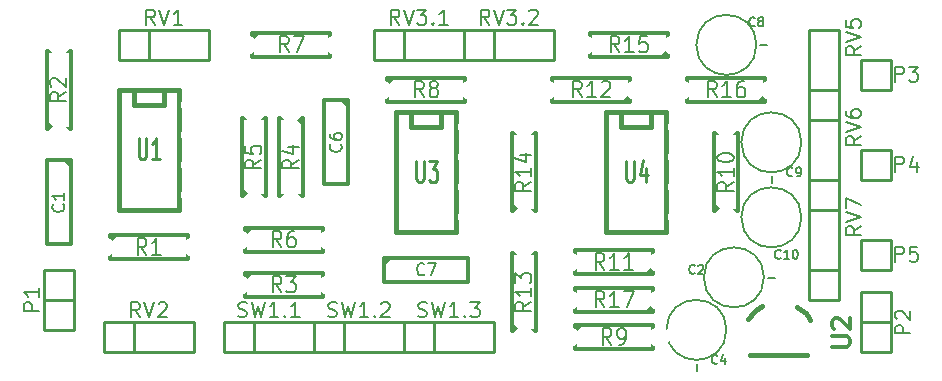
<source format=gto>
%FSLAX46Y46*%
G04 Gerber Fmt 4.6, Leading zero omitted, Abs format (unit mm)*
G04 Created by KiCad (PCBNEW (2014-09-19 BZR 5142)-product) date 11/10/2014 22:22:43*
%MOMM*%
G01*
G04 APERTURE LIST*
%ADD10C,0.100000*%
%ADD11C,0.304800*%
%ADD12C,0.127000*%
%ADD13C,0.254000*%
%ADD14C,0.381000*%
%ADD15C,0.203200*%
%ADD16C,0.190500*%
%ADD17C,0.285750*%
%ADD18C,1.778000*%
%ADD19R,1.778000X1.778000*%
%ADD20R,2.032000X2.032000*%
%ADD21O,2.032000X2.032000*%
%ADD22R,2.235200X2.235200*%
%ADD23R,1.727200X2.032000*%
%ADD24O,1.727200X2.032000*%
%ADD25R,2.032000X1.727200*%
%ADD26O,2.032000X1.727200*%
%ADD27R,2.286000X1.778000*%
%ADD28O,2.286000X1.778000*%
%ADD29O,1.998980X2.999740*%
%ADD30O,2.999740X1.998980*%
G04 APERTURE END LIST*
D10*
D11*
X145161000Y-92964000D02*
X145161000Y-100076000D01*
X145161000Y-100076000D02*
X143129000Y-100076000D01*
X143129000Y-100076000D02*
X143129000Y-92964000D01*
X143129000Y-92964000D02*
X145161000Y-92964000D01*
X144653000Y-92964000D02*
X145161000Y-93472000D01*
D12*
X203838173Y-102870000D02*
G75*
G03X203838173Y-102870000I-2543173J0D01*
G74*
G01*
X200663173Y-107315000D02*
G75*
G03X200663173Y-107315000I-2543173J0D01*
G74*
G01*
D11*
X168656000Y-87884000D02*
X168656000Y-94996000D01*
X168656000Y-94996000D02*
X166624000Y-94996000D01*
X166624000Y-94996000D02*
X166624000Y-87884000D01*
X166624000Y-87884000D02*
X168656000Y-87884000D01*
X168148000Y-87884000D02*
X168656000Y-88392000D01*
X171704000Y-101219000D02*
X178816000Y-101219000D01*
X178816000Y-101219000D02*
X178816000Y-103251000D01*
X178816000Y-103251000D02*
X171704000Y-103251000D01*
X171704000Y-103251000D02*
X171704000Y-101219000D01*
X171704000Y-101727000D02*
X172212000Y-101219000D01*
D12*
X203203173Y-83185000D02*
G75*
G03X203203173Y-83185000I-2543173J0D01*
G74*
G01*
X207013173Y-91440000D02*
G75*
G03X207013173Y-91440000I-2543173J0D01*
G74*
G01*
X207013173Y-97790000D02*
G75*
G03X207013173Y-97790000I-2543173J0D01*
G74*
G01*
D13*
X142875000Y-104775000D02*
X145415000Y-104775000D01*
X142875000Y-107315000D02*
X145415000Y-107315000D01*
X145415000Y-107315000D02*
X145415000Y-104775000D01*
X145415000Y-104775000D02*
X145415000Y-102235000D01*
X145415000Y-102235000D02*
X142875000Y-102235000D01*
X142875000Y-102235000D02*
X142875000Y-107315000D01*
X214630000Y-106680000D02*
X212090000Y-106680000D01*
X214630000Y-104140000D02*
X212090000Y-104140000D01*
X212090000Y-104140000D02*
X212090000Y-106680000D01*
X212090000Y-106680000D02*
X212090000Y-109220000D01*
X212090000Y-109220000D02*
X214630000Y-109220000D01*
X214630000Y-109220000D02*
X214630000Y-104140000D01*
X212090000Y-84455000D02*
X212090000Y-86995000D01*
X212090000Y-86995000D02*
X214630000Y-86995000D01*
X214630000Y-86995000D02*
X214630000Y-84455000D01*
X214630000Y-84455000D02*
X212090000Y-84455000D01*
X212090000Y-92075000D02*
X212090000Y-94615000D01*
X212090000Y-94615000D02*
X214630000Y-94615000D01*
X214630000Y-94615000D02*
X214630000Y-92075000D01*
X214630000Y-92075000D02*
X212090000Y-92075000D01*
X212090000Y-99695000D02*
X212090000Y-102235000D01*
X212090000Y-102235000D02*
X214630000Y-102235000D01*
X214630000Y-102235000D02*
X214630000Y-99695000D01*
X214630000Y-99695000D02*
X212090000Y-99695000D01*
D11*
X147955000Y-100330000D02*
X148463000Y-100330000D01*
X155575000Y-100330000D02*
X155067000Y-100330000D01*
X155067000Y-100330000D02*
X155067000Y-99314000D01*
X155067000Y-99314000D02*
X148463000Y-99314000D01*
X148463000Y-99314000D02*
X148463000Y-101346000D01*
X148463000Y-101346000D02*
X155067000Y-101346000D01*
X155067000Y-101346000D02*
X155067000Y-100330000D01*
X148463000Y-99822000D02*
X148971000Y-99314000D01*
X144145000Y-90805000D02*
X144145000Y-90297000D01*
X144145000Y-83185000D02*
X144145000Y-83693000D01*
X144145000Y-83693000D02*
X143129000Y-83693000D01*
X143129000Y-83693000D02*
X143129000Y-90297000D01*
X143129000Y-90297000D02*
X145161000Y-90297000D01*
X145161000Y-90297000D02*
X145161000Y-83693000D01*
X145161000Y-83693000D02*
X144145000Y-83693000D01*
X143637000Y-90297000D02*
X143129000Y-89789000D01*
X159385000Y-103505000D02*
X159893000Y-103505000D01*
X167005000Y-103505000D02*
X166497000Y-103505000D01*
X166497000Y-103505000D02*
X166497000Y-102489000D01*
X166497000Y-102489000D02*
X159893000Y-102489000D01*
X159893000Y-102489000D02*
X159893000Y-104521000D01*
X159893000Y-104521000D02*
X166497000Y-104521000D01*
X166497000Y-104521000D02*
X166497000Y-103505000D01*
X159893000Y-102997000D02*
X160401000Y-102489000D01*
X163830000Y-88900000D02*
X163830000Y-89408000D01*
X163830000Y-96520000D02*
X163830000Y-96012000D01*
X163830000Y-96012000D02*
X164846000Y-96012000D01*
X164846000Y-96012000D02*
X164846000Y-89408000D01*
X164846000Y-89408000D02*
X162814000Y-89408000D01*
X162814000Y-89408000D02*
X162814000Y-96012000D01*
X162814000Y-96012000D02*
X163830000Y-96012000D01*
X164338000Y-89408000D02*
X164846000Y-89916000D01*
X160655000Y-96520000D02*
X160655000Y-96012000D01*
X160655000Y-88900000D02*
X160655000Y-89408000D01*
X160655000Y-89408000D02*
X159639000Y-89408000D01*
X159639000Y-89408000D02*
X159639000Y-96012000D01*
X159639000Y-96012000D02*
X161671000Y-96012000D01*
X161671000Y-96012000D02*
X161671000Y-89408000D01*
X161671000Y-89408000D02*
X160655000Y-89408000D01*
X160147000Y-96012000D02*
X159639000Y-95504000D01*
X159385000Y-99695000D02*
X159893000Y-99695000D01*
X167005000Y-99695000D02*
X166497000Y-99695000D01*
X166497000Y-99695000D02*
X166497000Y-98679000D01*
X166497000Y-98679000D02*
X159893000Y-98679000D01*
X159893000Y-98679000D02*
X159893000Y-100711000D01*
X159893000Y-100711000D02*
X166497000Y-100711000D01*
X166497000Y-100711000D02*
X166497000Y-99695000D01*
X159893000Y-99187000D02*
X160401000Y-98679000D01*
X160020000Y-83185000D02*
X160528000Y-83185000D01*
X167640000Y-83185000D02*
X167132000Y-83185000D01*
X167132000Y-83185000D02*
X167132000Y-82169000D01*
X167132000Y-82169000D02*
X160528000Y-82169000D01*
X160528000Y-82169000D02*
X160528000Y-84201000D01*
X160528000Y-84201000D02*
X167132000Y-84201000D01*
X167132000Y-84201000D02*
X167132000Y-83185000D01*
X160528000Y-82677000D02*
X161036000Y-82169000D01*
X171450000Y-86995000D02*
X171958000Y-86995000D01*
X179070000Y-86995000D02*
X178562000Y-86995000D01*
X178562000Y-86995000D02*
X178562000Y-85979000D01*
X178562000Y-85979000D02*
X171958000Y-85979000D01*
X171958000Y-85979000D02*
X171958000Y-88011000D01*
X171958000Y-88011000D02*
X178562000Y-88011000D01*
X178562000Y-88011000D02*
X178562000Y-86995000D01*
X171958000Y-86487000D02*
X172466000Y-85979000D01*
X187325000Y-107950000D02*
X187833000Y-107950000D01*
X194945000Y-107950000D02*
X194437000Y-107950000D01*
X194437000Y-107950000D02*
X194437000Y-106934000D01*
X194437000Y-106934000D02*
X187833000Y-106934000D01*
X187833000Y-106934000D02*
X187833000Y-108966000D01*
X187833000Y-108966000D02*
X194437000Y-108966000D01*
X194437000Y-108966000D02*
X194437000Y-107950000D01*
X187833000Y-107442000D02*
X188341000Y-106934000D01*
X200660000Y-97790000D02*
X200660000Y-97282000D01*
X200660000Y-90170000D02*
X200660000Y-90678000D01*
X200660000Y-90678000D02*
X199644000Y-90678000D01*
X199644000Y-90678000D02*
X199644000Y-97282000D01*
X199644000Y-97282000D02*
X201676000Y-97282000D01*
X201676000Y-97282000D02*
X201676000Y-90678000D01*
X201676000Y-90678000D02*
X200660000Y-90678000D01*
X200152000Y-97282000D02*
X199644000Y-96774000D01*
X194945000Y-101600000D02*
X194437000Y-101600000D01*
X187325000Y-101600000D02*
X187833000Y-101600000D01*
X187833000Y-101600000D02*
X187833000Y-102616000D01*
X187833000Y-102616000D02*
X194437000Y-102616000D01*
X194437000Y-102616000D02*
X194437000Y-100584000D01*
X194437000Y-100584000D02*
X187833000Y-100584000D01*
X187833000Y-100584000D02*
X187833000Y-101600000D01*
X194437000Y-102108000D02*
X193929000Y-102616000D01*
X193040000Y-86995000D02*
X192532000Y-86995000D01*
X185420000Y-86995000D02*
X185928000Y-86995000D01*
X185928000Y-86995000D02*
X185928000Y-88011000D01*
X185928000Y-88011000D02*
X192532000Y-88011000D01*
X192532000Y-88011000D02*
X192532000Y-85979000D01*
X192532000Y-85979000D02*
X185928000Y-85979000D01*
X185928000Y-85979000D02*
X185928000Y-86995000D01*
X192532000Y-87503000D02*
X192024000Y-88011000D01*
X183515000Y-107950000D02*
X183515000Y-107442000D01*
X183515000Y-100330000D02*
X183515000Y-100838000D01*
X183515000Y-100838000D02*
X182499000Y-100838000D01*
X182499000Y-100838000D02*
X182499000Y-107442000D01*
X182499000Y-107442000D02*
X184531000Y-107442000D01*
X184531000Y-107442000D02*
X184531000Y-100838000D01*
X184531000Y-100838000D02*
X183515000Y-100838000D01*
X183007000Y-107442000D02*
X182499000Y-106934000D01*
X183515000Y-97790000D02*
X183515000Y-97282000D01*
X183515000Y-90170000D02*
X183515000Y-90678000D01*
X183515000Y-90678000D02*
X182499000Y-90678000D01*
X182499000Y-90678000D02*
X182499000Y-97282000D01*
X182499000Y-97282000D02*
X184531000Y-97282000D01*
X184531000Y-97282000D02*
X184531000Y-90678000D01*
X184531000Y-90678000D02*
X183515000Y-90678000D01*
X183007000Y-97282000D02*
X182499000Y-96774000D01*
X196215000Y-83185000D02*
X195707000Y-83185000D01*
X188595000Y-83185000D02*
X189103000Y-83185000D01*
X189103000Y-83185000D02*
X189103000Y-84201000D01*
X189103000Y-84201000D02*
X195707000Y-84201000D01*
X195707000Y-84201000D02*
X195707000Y-82169000D01*
X195707000Y-82169000D02*
X189103000Y-82169000D01*
X189103000Y-82169000D02*
X189103000Y-83185000D01*
X195707000Y-83693000D02*
X195199000Y-84201000D01*
X204470000Y-86995000D02*
X203962000Y-86995000D01*
X196850000Y-86995000D02*
X197358000Y-86995000D01*
X197358000Y-86995000D02*
X197358000Y-88011000D01*
X197358000Y-88011000D02*
X203962000Y-88011000D01*
X203962000Y-88011000D02*
X203962000Y-85979000D01*
X203962000Y-85979000D02*
X197358000Y-85979000D01*
X197358000Y-85979000D02*
X197358000Y-86995000D01*
X203962000Y-87503000D02*
X203454000Y-88011000D01*
X194945000Y-104775000D02*
X194437000Y-104775000D01*
X187325000Y-104775000D02*
X187833000Y-104775000D01*
X187833000Y-104775000D02*
X187833000Y-105791000D01*
X187833000Y-105791000D02*
X194437000Y-105791000D01*
X194437000Y-105791000D02*
X194437000Y-103759000D01*
X194437000Y-103759000D02*
X187833000Y-103759000D01*
X187833000Y-103759000D02*
X187833000Y-104775000D01*
X194437000Y-105283000D02*
X193929000Y-105791000D01*
D13*
X151765000Y-84455000D02*
X156845000Y-84455000D01*
X156845000Y-84455000D02*
X156845000Y-81915000D01*
X156845000Y-81915000D02*
X151765000Y-81915000D01*
X149225000Y-81915000D02*
X151765000Y-81915000D01*
X151765000Y-81915000D02*
X151765000Y-84455000D01*
X149225000Y-81915000D02*
X149225000Y-84455000D01*
X149225000Y-84455000D02*
X151765000Y-84455000D01*
X150495000Y-109220000D02*
X155575000Y-109220000D01*
X155575000Y-109220000D02*
X155575000Y-106680000D01*
X155575000Y-106680000D02*
X150495000Y-106680000D01*
X147955000Y-106680000D02*
X150495000Y-106680000D01*
X150495000Y-106680000D02*
X150495000Y-109220000D01*
X147955000Y-106680000D02*
X147955000Y-109220000D01*
X147955000Y-109220000D02*
X150495000Y-109220000D01*
X173355000Y-84455000D02*
X178435000Y-84455000D01*
X178435000Y-84455000D02*
X178435000Y-81915000D01*
X178435000Y-81915000D02*
X173355000Y-81915000D01*
X170815000Y-81915000D02*
X173355000Y-81915000D01*
X173355000Y-81915000D02*
X173355000Y-84455000D01*
X170815000Y-81915000D02*
X170815000Y-84455000D01*
X170815000Y-84455000D02*
X173355000Y-84455000D01*
X180975000Y-84455000D02*
X186055000Y-84455000D01*
X186055000Y-84455000D02*
X186055000Y-81915000D01*
X186055000Y-81915000D02*
X180975000Y-81915000D01*
X178435000Y-81915000D02*
X180975000Y-81915000D01*
X180975000Y-81915000D02*
X180975000Y-84455000D01*
X178435000Y-81915000D02*
X178435000Y-84455000D01*
X178435000Y-84455000D02*
X180975000Y-84455000D01*
X210185000Y-86995000D02*
X210185000Y-81915000D01*
X210185000Y-81915000D02*
X207645000Y-81915000D01*
X207645000Y-81915000D02*
X207645000Y-86995000D01*
X207645000Y-89535000D02*
X207645000Y-86995000D01*
X207645000Y-86995000D02*
X210185000Y-86995000D01*
X207645000Y-89535000D02*
X210185000Y-89535000D01*
X210185000Y-89535000D02*
X210185000Y-86995000D01*
X210185000Y-94615000D02*
X210185000Y-89535000D01*
X210185000Y-89535000D02*
X207645000Y-89535000D01*
X207645000Y-89535000D02*
X207645000Y-94615000D01*
X207645000Y-97155000D02*
X207645000Y-94615000D01*
X207645000Y-94615000D02*
X210185000Y-94615000D01*
X207645000Y-97155000D02*
X210185000Y-97155000D01*
X210185000Y-97155000D02*
X210185000Y-94615000D01*
X210185000Y-102235000D02*
X210185000Y-97155000D01*
X210185000Y-97155000D02*
X207645000Y-97155000D01*
X207645000Y-97155000D02*
X207645000Y-102235000D01*
X207645000Y-104775000D02*
X207645000Y-102235000D01*
X207645000Y-102235000D02*
X210185000Y-102235000D01*
X207645000Y-104775000D02*
X210185000Y-104775000D01*
X210185000Y-104775000D02*
X210185000Y-102235000D01*
X160655000Y-109220000D02*
X165735000Y-109220000D01*
X165735000Y-109220000D02*
X165735000Y-106680000D01*
X165735000Y-106680000D02*
X160655000Y-106680000D01*
X158115000Y-106680000D02*
X160655000Y-106680000D01*
X160655000Y-106680000D02*
X160655000Y-109220000D01*
X158115000Y-106680000D02*
X158115000Y-109220000D01*
X158115000Y-109220000D02*
X160655000Y-109220000D01*
X168275000Y-109220000D02*
X173355000Y-109220000D01*
X173355000Y-109220000D02*
X173355000Y-106680000D01*
X173355000Y-106680000D02*
X168275000Y-106680000D01*
X165735000Y-106680000D02*
X168275000Y-106680000D01*
X168275000Y-106680000D02*
X168275000Y-109220000D01*
X165735000Y-106680000D02*
X165735000Y-109220000D01*
X165735000Y-109220000D02*
X168275000Y-109220000D01*
X175895000Y-109220000D02*
X180975000Y-109220000D01*
X180975000Y-109220000D02*
X180975000Y-106680000D01*
X180975000Y-106680000D02*
X175895000Y-106680000D01*
X173355000Y-106680000D02*
X175895000Y-106680000D01*
X175895000Y-106680000D02*
X175895000Y-109220000D01*
X173355000Y-106680000D02*
X173355000Y-109220000D01*
X173355000Y-109220000D02*
X175895000Y-109220000D01*
D14*
X153035000Y-86995000D02*
X153035000Y-88265000D01*
X153035000Y-88265000D02*
X150495000Y-88265000D01*
X150495000Y-88265000D02*
X150495000Y-86995000D01*
X154305000Y-86995000D02*
X154305000Y-97155000D01*
X154305000Y-97155000D02*
X149225000Y-97155000D01*
X149225000Y-97155000D02*
X149225000Y-86995000D01*
X149225000Y-86995000D02*
X154305000Y-86995000D01*
X176530000Y-88900000D02*
X176530000Y-90170000D01*
X176530000Y-90170000D02*
X173990000Y-90170000D01*
X173990000Y-90170000D02*
X173990000Y-88900000D01*
X177800000Y-88900000D02*
X177800000Y-99060000D01*
X177800000Y-99060000D02*
X172720000Y-99060000D01*
X172720000Y-99060000D02*
X172720000Y-88900000D01*
X172720000Y-88900000D02*
X177800000Y-88900000D01*
X194310000Y-88900000D02*
X194310000Y-90170000D01*
X194310000Y-90170000D02*
X191770000Y-90170000D01*
X191770000Y-90170000D02*
X191770000Y-88900000D01*
X195580000Y-88900000D02*
X195580000Y-99060000D01*
X195580000Y-99060000D02*
X190500000Y-99060000D01*
X190500000Y-99060000D02*
X190500000Y-88900000D01*
X190500000Y-88900000D02*
X195580000Y-88900000D01*
X207670400Y-106299000D02*
X207746600Y-106464100D01*
X206629000Y-105346500D02*
X207010000Y-105600500D01*
X207010000Y-105600500D02*
X207391000Y-105918000D01*
X207391000Y-105918000D02*
X207645000Y-106299000D01*
X202501500Y-106426000D02*
X202628500Y-106235500D01*
X202628500Y-106235500D02*
X202819000Y-105981500D01*
X202819000Y-105981500D02*
X203200000Y-105600500D01*
X203200000Y-105600500D02*
X203644500Y-105283000D01*
X205105000Y-109474000D02*
X207518000Y-109474000D01*
X205105000Y-109474000D02*
X202692000Y-109474000D01*
D15*
X144507857Y-96689333D02*
X144556238Y-96737714D01*
X144604619Y-96882857D01*
X144604619Y-96979619D01*
X144556238Y-97124761D01*
X144459476Y-97221523D01*
X144362714Y-97269904D01*
X144169190Y-97318285D01*
X144024048Y-97318285D01*
X143830524Y-97269904D01*
X143733762Y-97221523D01*
X143637000Y-97124761D01*
X143588619Y-96979619D01*
X143588619Y-96882857D01*
X143637000Y-96737714D01*
X143685381Y-96689333D01*
X144604619Y-95721714D02*
X144604619Y-96302285D01*
X144604619Y-96011999D02*
X143588619Y-96011999D01*
X143733762Y-96108761D01*
X143830524Y-96205523D01*
X143878905Y-96302285D01*
D12*
X197993000Y-102507143D02*
X197956714Y-102543429D01*
X197847857Y-102579714D01*
X197775286Y-102579714D01*
X197666429Y-102543429D01*
X197593857Y-102470857D01*
X197557572Y-102398286D01*
X197521286Y-102253143D01*
X197521286Y-102144286D01*
X197557572Y-101999143D01*
X197593857Y-101926571D01*
X197666429Y-101854000D01*
X197775286Y-101817714D01*
X197847857Y-101817714D01*
X197956714Y-101854000D01*
X197993000Y-101890286D01*
X198283286Y-101890286D02*
X198319572Y-101854000D01*
X198392143Y-101817714D01*
X198573572Y-101817714D01*
X198646143Y-101854000D01*
X198682429Y-101890286D01*
X198718714Y-101962857D01*
X198718714Y-102035429D01*
X198682429Y-102144286D01*
X198247000Y-102579714D01*
X198718714Y-102579714D01*
D16*
X204179715Y-102924429D02*
X204760286Y-102924429D01*
D12*
X199898000Y-110127143D02*
X199861714Y-110163429D01*
X199752857Y-110199714D01*
X199680286Y-110199714D01*
X199571429Y-110163429D01*
X199498857Y-110090857D01*
X199462572Y-110018286D01*
X199426286Y-109873143D01*
X199426286Y-109764286D01*
X199462572Y-109619143D01*
X199498857Y-109546571D01*
X199571429Y-109474000D01*
X199680286Y-109437714D01*
X199752857Y-109437714D01*
X199861714Y-109474000D01*
X199898000Y-109510286D01*
X200551143Y-109691714D02*
X200551143Y-110199714D01*
X200369714Y-109401429D02*
X200188286Y-109945714D01*
X200660000Y-109945714D01*
D16*
X198174429Y-110780285D02*
X198174429Y-110199714D01*
D15*
X168002857Y-91609333D02*
X168051238Y-91657714D01*
X168099619Y-91802857D01*
X168099619Y-91899619D01*
X168051238Y-92044761D01*
X167954476Y-92141523D01*
X167857714Y-92189904D01*
X167664190Y-92238285D01*
X167519048Y-92238285D01*
X167325524Y-92189904D01*
X167228762Y-92141523D01*
X167132000Y-92044761D01*
X167083619Y-91899619D01*
X167083619Y-91802857D01*
X167132000Y-91657714D01*
X167180381Y-91609333D01*
X167083619Y-90738476D02*
X167083619Y-90931999D01*
X167132000Y-91028761D01*
X167180381Y-91077142D01*
X167325524Y-91173904D01*
X167519048Y-91222285D01*
X167906095Y-91222285D01*
X168002857Y-91173904D01*
X168051238Y-91125523D01*
X168099619Y-91028761D01*
X168099619Y-90835238D01*
X168051238Y-90738476D01*
X168002857Y-90690095D01*
X167906095Y-90641714D01*
X167664190Y-90641714D01*
X167567429Y-90690095D01*
X167519048Y-90738476D01*
X167470667Y-90835238D01*
X167470667Y-91028761D01*
X167519048Y-91125523D01*
X167567429Y-91173904D01*
X167664190Y-91222285D01*
X175090667Y-102597857D02*
X175042286Y-102646238D01*
X174897143Y-102694619D01*
X174800381Y-102694619D01*
X174655239Y-102646238D01*
X174558477Y-102549476D01*
X174510096Y-102452714D01*
X174461715Y-102259190D01*
X174461715Y-102114048D01*
X174510096Y-101920524D01*
X174558477Y-101823762D01*
X174655239Y-101727000D01*
X174800381Y-101678619D01*
X174897143Y-101678619D01*
X175042286Y-101727000D01*
X175090667Y-101775381D01*
X175429334Y-101678619D02*
X176106667Y-101678619D01*
X175671239Y-102694619D01*
D12*
X203073000Y-81552143D02*
X203036714Y-81588429D01*
X202927857Y-81624714D01*
X202855286Y-81624714D01*
X202746429Y-81588429D01*
X202673857Y-81515857D01*
X202637572Y-81443286D01*
X202601286Y-81298143D01*
X202601286Y-81189286D01*
X202637572Y-81044143D01*
X202673857Y-80971571D01*
X202746429Y-80899000D01*
X202855286Y-80862714D01*
X202927857Y-80862714D01*
X203036714Y-80899000D01*
X203073000Y-80935286D01*
X203508429Y-81189286D02*
X203435857Y-81153000D01*
X203399572Y-81116714D01*
X203363286Y-81044143D01*
X203363286Y-81007857D01*
X203399572Y-80935286D01*
X203435857Y-80899000D01*
X203508429Y-80862714D01*
X203653572Y-80862714D01*
X203726143Y-80899000D01*
X203762429Y-80935286D01*
X203798714Y-81007857D01*
X203798714Y-81044143D01*
X203762429Y-81116714D01*
X203726143Y-81153000D01*
X203653572Y-81189286D01*
X203508429Y-81189286D01*
X203435857Y-81225571D01*
X203399572Y-81261857D01*
X203363286Y-81334429D01*
X203363286Y-81479571D01*
X203399572Y-81552143D01*
X203435857Y-81588429D01*
X203508429Y-81624714D01*
X203653572Y-81624714D01*
X203726143Y-81588429D01*
X203762429Y-81552143D01*
X203798714Y-81479571D01*
X203798714Y-81334429D01*
X203762429Y-81261857D01*
X203726143Y-81225571D01*
X203653572Y-81189286D01*
D16*
X203544715Y-83239429D02*
X204125286Y-83239429D01*
D12*
X206248000Y-94252143D02*
X206211714Y-94288429D01*
X206102857Y-94324714D01*
X206030286Y-94324714D01*
X205921429Y-94288429D01*
X205848857Y-94215857D01*
X205812572Y-94143286D01*
X205776286Y-93998143D01*
X205776286Y-93889286D01*
X205812572Y-93744143D01*
X205848857Y-93671571D01*
X205921429Y-93599000D01*
X206030286Y-93562714D01*
X206102857Y-93562714D01*
X206211714Y-93599000D01*
X206248000Y-93635286D01*
X206610857Y-94324714D02*
X206756000Y-94324714D01*
X206828572Y-94288429D01*
X206864857Y-94252143D01*
X206937429Y-94143286D01*
X206973714Y-93998143D01*
X206973714Y-93707857D01*
X206937429Y-93635286D01*
X206901143Y-93599000D01*
X206828572Y-93562714D01*
X206683429Y-93562714D01*
X206610857Y-93599000D01*
X206574572Y-93635286D01*
X206538286Y-93707857D01*
X206538286Y-93889286D01*
X206574572Y-93961857D01*
X206610857Y-93998143D01*
X206683429Y-94034429D01*
X206828572Y-94034429D01*
X206901143Y-93998143D01*
X206937429Y-93961857D01*
X206973714Y-93889286D01*
D16*
X204524429Y-94905285D02*
X204524429Y-94324714D01*
D12*
X205250143Y-101237143D02*
X205213857Y-101273429D01*
X205105000Y-101309714D01*
X205032429Y-101309714D01*
X204923572Y-101273429D01*
X204851000Y-101200857D01*
X204814715Y-101128286D01*
X204778429Y-100983143D01*
X204778429Y-100874286D01*
X204814715Y-100729143D01*
X204851000Y-100656571D01*
X204923572Y-100584000D01*
X205032429Y-100547714D01*
X205105000Y-100547714D01*
X205213857Y-100584000D01*
X205250143Y-100620286D01*
X205975857Y-101309714D02*
X205540429Y-101309714D01*
X205758143Y-101309714D02*
X205758143Y-100547714D01*
X205685572Y-100656571D01*
X205613000Y-100729143D01*
X205540429Y-100765429D01*
X206447571Y-100547714D02*
X206520143Y-100547714D01*
X206592714Y-100584000D01*
X206629000Y-100620286D01*
X206665286Y-100692857D01*
X206701571Y-100838000D01*
X206701571Y-101019429D01*
X206665286Y-101164571D01*
X206629000Y-101237143D01*
X206592714Y-101273429D01*
X206520143Y-101309714D01*
X206447571Y-101309714D01*
X206375000Y-101273429D01*
X206338714Y-101237143D01*
X206302429Y-101164571D01*
X206266143Y-101019429D01*
X206266143Y-100838000D01*
X206302429Y-100692857D01*
X206338714Y-100620286D01*
X206375000Y-100584000D01*
X206447571Y-100547714D01*
D16*
X204524429Y-94905285D02*
X204524429Y-94324714D01*
D15*
X142433524Y-105712381D02*
X141163524Y-105712381D01*
X141163524Y-105228572D01*
X141224000Y-105107619D01*
X141284476Y-105047143D01*
X141405429Y-104986667D01*
X141586857Y-104986667D01*
X141707810Y-105047143D01*
X141768286Y-105107619D01*
X141828762Y-105228572D01*
X141828762Y-105712381D01*
X142433524Y-103777143D02*
X142433524Y-104502857D01*
X142433524Y-104140000D02*
X141163524Y-104140000D01*
X141344952Y-104260952D01*
X141465905Y-104381905D01*
X141526381Y-104502857D01*
X216220524Y-107617381D02*
X214950524Y-107617381D01*
X214950524Y-107133572D01*
X215011000Y-107012619D01*
X215071476Y-106952143D01*
X215192429Y-106891667D01*
X215373857Y-106891667D01*
X215494810Y-106952143D01*
X215555286Y-107012619D01*
X215615762Y-107133572D01*
X215615762Y-107617381D01*
X215071476Y-106407857D02*
X215011000Y-106347381D01*
X214950524Y-106226429D01*
X214950524Y-105924048D01*
X215011000Y-105803095D01*
X215071476Y-105742619D01*
X215192429Y-105682143D01*
X215313381Y-105682143D01*
X215494810Y-105742619D01*
X216220524Y-106468333D01*
X216220524Y-105682143D01*
X214962619Y-86299524D02*
X214962619Y-85029524D01*
X215446428Y-85029524D01*
X215567381Y-85090000D01*
X215627857Y-85150476D01*
X215688333Y-85271429D01*
X215688333Y-85452857D01*
X215627857Y-85573810D01*
X215567381Y-85634286D01*
X215446428Y-85694762D01*
X214962619Y-85694762D01*
X216111667Y-85029524D02*
X216897857Y-85029524D01*
X216474524Y-85513333D01*
X216655952Y-85513333D01*
X216776905Y-85573810D01*
X216837381Y-85634286D01*
X216897857Y-85755238D01*
X216897857Y-86057619D01*
X216837381Y-86178571D01*
X216776905Y-86239048D01*
X216655952Y-86299524D01*
X216293095Y-86299524D01*
X216172143Y-86239048D01*
X216111667Y-86178571D01*
X214962619Y-93919524D02*
X214962619Y-92649524D01*
X215446428Y-92649524D01*
X215567381Y-92710000D01*
X215627857Y-92770476D01*
X215688333Y-92891429D01*
X215688333Y-93072857D01*
X215627857Y-93193810D01*
X215567381Y-93254286D01*
X215446428Y-93314762D01*
X214962619Y-93314762D01*
X216776905Y-93072857D02*
X216776905Y-93919524D01*
X216474524Y-92589048D02*
X216172143Y-93496190D01*
X216958333Y-93496190D01*
X214962619Y-101539524D02*
X214962619Y-100269524D01*
X215446428Y-100269524D01*
X215567381Y-100330000D01*
X215627857Y-100390476D01*
X215688333Y-100511429D01*
X215688333Y-100692857D01*
X215627857Y-100813810D01*
X215567381Y-100874286D01*
X215446428Y-100934762D01*
X214962619Y-100934762D01*
X216837381Y-100269524D02*
X216232619Y-100269524D01*
X216172143Y-100874286D01*
X216232619Y-100813810D01*
X216353571Y-100753333D01*
X216655952Y-100753333D01*
X216776905Y-100813810D01*
X216837381Y-100874286D01*
X216897857Y-100995238D01*
X216897857Y-101297619D01*
X216837381Y-101418571D01*
X216776905Y-101479048D01*
X216655952Y-101539524D01*
X216353571Y-101539524D01*
X216232619Y-101479048D01*
X216172143Y-101418571D01*
X151553333Y-100961976D02*
X151130000Y-100296738D01*
X150827619Y-100961976D02*
X150827619Y-99564976D01*
X151311428Y-99564976D01*
X151432381Y-99631500D01*
X151492857Y-99698024D01*
X151553333Y-99831071D01*
X151553333Y-100030643D01*
X151492857Y-100163690D01*
X151432381Y-100230214D01*
X151311428Y-100296738D01*
X150827619Y-100296738D01*
X152762857Y-100961976D02*
X152037143Y-100961976D01*
X152400000Y-100961976D02*
X152400000Y-99564976D01*
X152279048Y-99764548D01*
X152158095Y-99897595D01*
X152037143Y-99964119D01*
X144776976Y-87206667D02*
X144111738Y-87630000D01*
X144776976Y-87932381D02*
X143379976Y-87932381D01*
X143379976Y-87448572D01*
X143446500Y-87327619D01*
X143513024Y-87267143D01*
X143646071Y-87206667D01*
X143845643Y-87206667D01*
X143978690Y-87267143D01*
X144045214Y-87327619D01*
X144111738Y-87448572D01*
X144111738Y-87932381D01*
X143513024Y-86722857D02*
X143446500Y-86662381D01*
X143379976Y-86541429D01*
X143379976Y-86239048D01*
X143446500Y-86118095D01*
X143513024Y-86057619D01*
X143646071Y-85997143D01*
X143779119Y-85997143D01*
X143978690Y-86057619D01*
X144776976Y-86783333D01*
X144776976Y-85997143D01*
X162983333Y-104136976D02*
X162560000Y-103471738D01*
X162257619Y-104136976D02*
X162257619Y-102739976D01*
X162741428Y-102739976D01*
X162862381Y-102806500D01*
X162922857Y-102873024D01*
X162983333Y-103006071D01*
X162983333Y-103205643D01*
X162922857Y-103338690D01*
X162862381Y-103405214D01*
X162741428Y-103471738D01*
X162257619Y-103471738D01*
X163406667Y-102739976D02*
X164192857Y-102739976D01*
X163769524Y-103272167D01*
X163950952Y-103272167D01*
X164071905Y-103338690D01*
X164132381Y-103405214D01*
X164192857Y-103538262D01*
X164192857Y-103870881D01*
X164132381Y-104003929D01*
X164071905Y-104070452D01*
X163950952Y-104136976D01*
X163588095Y-104136976D01*
X163467143Y-104070452D01*
X163406667Y-104003929D01*
X164461976Y-92921667D02*
X163796738Y-93345000D01*
X164461976Y-93647381D02*
X163064976Y-93647381D01*
X163064976Y-93163572D01*
X163131500Y-93042619D01*
X163198024Y-92982143D01*
X163331071Y-92921667D01*
X163530643Y-92921667D01*
X163663690Y-92982143D01*
X163730214Y-93042619D01*
X163796738Y-93163572D01*
X163796738Y-93647381D01*
X163530643Y-91833095D02*
X164461976Y-91833095D01*
X162998452Y-92135476D02*
X163996310Y-92437857D01*
X163996310Y-91651667D01*
X161286976Y-92921667D02*
X160621738Y-93345000D01*
X161286976Y-93647381D02*
X159889976Y-93647381D01*
X159889976Y-93163572D01*
X159956500Y-93042619D01*
X160023024Y-92982143D01*
X160156071Y-92921667D01*
X160355643Y-92921667D01*
X160488690Y-92982143D01*
X160555214Y-93042619D01*
X160621738Y-93163572D01*
X160621738Y-93647381D01*
X159889976Y-91772619D02*
X159889976Y-92377381D01*
X160555214Y-92437857D01*
X160488690Y-92377381D01*
X160422167Y-92256429D01*
X160422167Y-91954048D01*
X160488690Y-91833095D01*
X160555214Y-91772619D01*
X160688262Y-91712143D01*
X161020881Y-91712143D01*
X161153929Y-91772619D01*
X161220452Y-91833095D01*
X161286976Y-91954048D01*
X161286976Y-92256429D01*
X161220452Y-92377381D01*
X161153929Y-92437857D01*
X162983333Y-100326976D02*
X162560000Y-99661738D01*
X162257619Y-100326976D02*
X162257619Y-98929976D01*
X162741428Y-98929976D01*
X162862381Y-98996500D01*
X162922857Y-99063024D01*
X162983333Y-99196071D01*
X162983333Y-99395643D01*
X162922857Y-99528690D01*
X162862381Y-99595214D01*
X162741428Y-99661738D01*
X162257619Y-99661738D01*
X164071905Y-98929976D02*
X163830000Y-98929976D01*
X163709048Y-98996500D01*
X163648571Y-99063024D01*
X163527619Y-99262595D01*
X163467143Y-99528690D01*
X163467143Y-100060881D01*
X163527619Y-100193929D01*
X163588095Y-100260452D01*
X163709048Y-100326976D01*
X163950952Y-100326976D01*
X164071905Y-100260452D01*
X164132381Y-100193929D01*
X164192857Y-100060881D01*
X164192857Y-99728262D01*
X164132381Y-99595214D01*
X164071905Y-99528690D01*
X163950952Y-99462167D01*
X163709048Y-99462167D01*
X163588095Y-99528690D01*
X163527619Y-99595214D01*
X163467143Y-99728262D01*
X163618333Y-83816976D02*
X163195000Y-83151738D01*
X162892619Y-83816976D02*
X162892619Y-82419976D01*
X163376428Y-82419976D01*
X163497381Y-82486500D01*
X163557857Y-82553024D01*
X163618333Y-82686071D01*
X163618333Y-82885643D01*
X163557857Y-83018690D01*
X163497381Y-83085214D01*
X163376428Y-83151738D01*
X162892619Y-83151738D01*
X164041667Y-82419976D02*
X164888333Y-82419976D01*
X164344048Y-83816976D01*
X175048333Y-87626976D02*
X174625000Y-86961738D01*
X174322619Y-87626976D02*
X174322619Y-86229976D01*
X174806428Y-86229976D01*
X174927381Y-86296500D01*
X174987857Y-86363024D01*
X175048333Y-86496071D01*
X175048333Y-86695643D01*
X174987857Y-86828690D01*
X174927381Y-86895214D01*
X174806428Y-86961738D01*
X174322619Y-86961738D01*
X175774048Y-86828690D02*
X175653095Y-86762167D01*
X175592619Y-86695643D01*
X175532143Y-86562595D01*
X175532143Y-86496071D01*
X175592619Y-86363024D01*
X175653095Y-86296500D01*
X175774048Y-86229976D01*
X176015952Y-86229976D01*
X176136905Y-86296500D01*
X176197381Y-86363024D01*
X176257857Y-86496071D01*
X176257857Y-86562595D01*
X176197381Y-86695643D01*
X176136905Y-86762167D01*
X176015952Y-86828690D01*
X175774048Y-86828690D01*
X175653095Y-86895214D01*
X175592619Y-86961738D01*
X175532143Y-87094786D01*
X175532143Y-87360881D01*
X175592619Y-87493929D01*
X175653095Y-87560452D01*
X175774048Y-87626976D01*
X176015952Y-87626976D01*
X176136905Y-87560452D01*
X176197381Y-87493929D01*
X176257857Y-87360881D01*
X176257857Y-87094786D01*
X176197381Y-86961738D01*
X176136905Y-86895214D01*
X176015952Y-86828690D01*
X190923333Y-108581976D02*
X190500000Y-107916738D01*
X190197619Y-108581976D02*
X190197619Y-107184976D01*
X190681428Y-107184976D01*
X190802381Y-107251500D01*
X190862857Y-107318024D01*
X190923333Y-107451071D01*
X190923333Y-107650643D01*
X190862857Y-107783690D01*
X190802381Y-107850214D01*
X190681428Y-107916738D01*
X190197619Y-107916738D01*
X191528095Y-108581976D02*
X191770000Y-108581976D01*
X191890952Y-108515452D01*
X191951428Y-108448929D01*
X192072381Y-108249357D01*
X192132857Y-107983262D01*
X192132857Y-107451071D01*
X192072381Y-107318024D01*
X192011905Y-107251500D01*
X191890952Y-107184976D01*
X191649048Y-107184976D01*
X191528095Y-107251500D01*
X191467619Y-107318024D01*
X191407143Y-107451071D01*
X191407143Y-107783690D01*
X191467619Y-107916738D01*
X191528095Y-107983262D01*
X191649048Y-108049786D01*
X191890952Y-108049786D01*
X192011905Y-107983262D01*
X192072381Y-107916738D01*
X192132857Y-107783690D01*
X201291976Y-94796429D02*
X200626738Y-95219762D01*
X201291976Y-95522143D02*
X199894976Y-95522143D01*
X199894976Y-95038334D01*
X199961500Y-94917381D01*
X200028024Y-94856905D01*
X200161071Y-94796429D01*
X200360643Y-94796429D01*
X200493690Y-94856905D01*
X200560214Y-94917381D01*
X200626738Y-95038334D01*
X200626738Y-95522143D01*
X201291976Y-93586905D02*
X201291976Y-94312619D01*
X201291976Y-93949762D02*
X199894976Y-93949762D01*
X200094548Y-94070714D01*
X200227595Y-94191667D01*
X200294119Y-94312619D01*
X199894976Y-92800714D02*
X199894976Y-92679762D01*
X199961500Y-92558810D01*
X200028024Y-92498333D01*
X200161071Y-92437857D01*
X200427167Y-92377381D01*
X200759786Y-92377381D01*
X201025881Y-92437857D01*
X201158929Y-92498333D01*
X201225452Y-92558810D01*
X201291976Y-92679762D01*
X201291976Y-92800714D01*
X201225452Y-92921667D01*
X201158929Y-92982143D01*
X201025881Y-93042619D01*
X200759786Y-93103095D01*
X200427167Y-93103095D01*
X200161071Y-93042619D01*
X200028024Y-92982143D01*
X199961500Y-92921667D01*
X199894976Y-92800714D01*
X190318571Y-102231976D02*
X189895238Y-101566738D01*
X189592857Y-102231976D02*
X189592857Y-100834976D01*
X190076666Y-100834976D01*
X190197619Y-100901500D01*
X190258095Y-100968024D01*
X190318571Y-101101071D01*
X190318571Y-101300643D01*
X190258095Y-101433690D01*
X190197619Y-101500214D01*
X190076666Y-101566738D01*
X189592857Y-101566738D01*
X191528095Y-102231976D02*
X190802381Y-102231976D01*
X191165238Y-102231976D02*
X191165238Y-100834976D01*
X191044286Y-101034548D01*
X190923333Y-101167595D01*
X190802381Y-101234119D01*
X192737619Y-102231976D02*
X192011905Y-102231976D01*
X192374762Y-102231976D02*
X192374762Y-100834976D01*
X192253810Y-101034548D01*
X192132857Y-101167595D01*
X192011905Y-101234119D01*
X188413571Y-87626976D02*
X187990238Y-86961738D01*
X187687857Y-87626976D02*
X187687857Y-86229976D01*
X188171666Y-86229976D01*
X188292619Y-86296500D01*
X188353095Y-86363024D01*
X188413571Y-86496071D01*
X188413571Y-86695643D01*
X188353095Y-86828690D01*
X188292619Y-86895214D01*
X188171666Y-86961738D01*
X187687857Y-86961738D01*
X189623095Y-87626976D02*
X188897381Y-87626976D01*
X189260238Y-87626976D02*
X189260238Y-86229976D01*
X189139286Y-86429548D01*
X189018333Y-86562595D01*
X188897381Y-86629119D01*
X190106905Y-86363024D02*
X190167381Y-86296500D01*
X190288333Y-86229976D01*
X190590714Y-86229976D01*
X190711667Y-86296500D01*
X190772143Y-86363024D01*
X190832619Y-86496071D01*
X190832619Y-86629119D01*
X190772143Y-86828690D01*
X190046429Y-87626976D01*
X190832619Y-87626976D01*
X184146976Y-104956429D02*
X183481738Y-105379762D01*
X184146976Y-105682143D02*
X182749976Y-105682143D01*
X182749976Y-105198334D01*
X182816500Y-105077381D01*
X182883024Y-105016905D01*
X183016071Y-104956429D01*
X183215643Y-104956429D01*
X183348690Y-105016905D01*
X183415214Y-105077381D01*
X183481738Y-105198334D01*
X183481738Y-105682143D01*
X184146976Y-103746905D02*
X184146976Y-104472619D01*
X184146976Y-104109762D02*
X182749976Y-104109762D01*
X182949548Y-104230714D01*
X183082595Y-104351667D01*
X183149119Y-104472619D01*
X182749976Y-103323571D02*
X182749976Y-102537381D01*
X183282167Y-102960714D01*
X183282167Y-102779286D01*
X183348690Y-102658333D01*
X183415214Y-102597857D01*
X183548262Y-102537381D01*
X183880881Y-102537381D01*
X184013929Y-102597857D01*
X184080452Y-102658333D01*
X184146976Y-102779286D01*
X184146976Y-103142143D01*
X184080452Y-103263095D01*
X184013929Y-103323571D01*
X184146976Y-94796429D02*
X183481738Y-95219762D01*
X184146976Y-95522143D02*
X182749976Y-95522143D01*
X182749976Y-95038334D01*
X182816500Y-94917381D01*
X182883024Y-94856905D01*
X183016071Y-94796429D01*
X183215643Y-94796429D01*
X183348690Y-94856905D01*
X183415214Y-94917381D01*
X183481738Y-95038334D01*
X183481738Y-95522143D01*
X184146976Y-93586905D02*
X184146976Y-94312619D01*
X184146976Y-93949762D02*
X182749976Y-93949762D01*
X182949548Y-94070714D01*
X183082595Y-94191667D01*
X183149119Y-94312619D01*
X183215643Y-92498333D02*
X184146976Y-92498333D01*
X182683452Y-92800714D02*
X183681310Y-93103095D01*
X183681310Y-92316905D01*
X191588571Y-83816976D02*
X191165238Y-83151738D01*
X190862857Y-83816976D02*
X190862857Y-82419976D01*
X191346666Y-82419976D01*
X191467619Y-82486500D01*
X191528095Y-82553024D01*
X191588571Y-82686071D01*
X191588571Y-82885643D01*
X191528095Y-83018690D01*
X191467619Y-83085214D01*
X191346666Y-83151738D01*
X190862857Y-83151738D01*
X192798095Y-83816976D02*
X192072381Y-83816976D01*
X192435238Y-83816976D02*
X192435238Y-82419976D01*
X192314286Y-82619548D01*
X192193333Y-82752595D01*
X192072381Y-82819119D01*
X193947143Y-82419976D02*
X193342381Y-82419976D01*
X193281905Y-83085214D01*
X193342381Y-83018690D01*
X193463333Y-82952167D01*
X193765714Y-82952167D01*
X193886667Y-83018690D01*
X193947143Y-83085214D01*
X194007619Y-83218262D01*
X194007619Y-83550881D01*
X193947143Y-83683929D01*
X193886667Y-83750452D01*
X193765714Y-83816976D01*
X193463333Y-83816976D01*
X193342381Y-83750452D01*
X193281905Y-83683929D01*
X199843571Y-87626976D02*
X199420238Y-86961738D01*
X199117857Y-87626976D02*
X199117857Y-86229976D01*
X199601666Y-86229976D01*
X199722619Y-86296500D01*
X199783095Y-86363024D01*
X199843571Y-86496071D01*
X199843571Y-86695643D01*
X199783095Y-86828690D01*
X199722619Y-86895214D01*
X199601666Y-86961738D01*
X199117857Y-86961738D01*
X201053095Y-87626976D02*
X200327381Y-87626976D01*
X200690238Y-87626976D02*
X200690238Y-86229976D01*
X200569286Y-86429548D01*
X200448333Y-86562595D01*
X200327381Y-86629119D01*
X202141667Y-86229976D02*
X201899762Y-86229976D01*
X201778810Y-86296500D01*
X201718333Y-86363024D01*
X201597381Y-86562595D01*
X201536905Y-86828690D01*
X201536905Y-87360881D01*
X201597381Y-87493929D01*
X201657857Y-87560452D01*
X201778810Y-87626976D01*
X202020714Y-87626976D01*
X202141667Y-87560452D01*
X202202143Y-87493929D01*
X202262619Y-87360881D01*
X202262619Y-87028262D01*
X202202143Y-86895214D01*
X202141667Y-86828690D01*
X202020714Y-86762167D01*
X201778810Y-86762167D01*
X201657857Y-86828690D01*
X201597381Y-86895214D01*
X201536905Y-87028262D01*
X190318571Y-105406976D02*
X189895238Y-104741738D01*
X189592857Y-105406976D02*
X189592857Y-104009976D01*
X190076666Y-104009976D01*
X190197619Y-104076500D01*
X190258095Y-104143024D01*
X190318571Y-104276071D01*
X190318571Y-104475643D01*
X190258095Y-104608690D01*
X190197619Y-104675214D01*
X190076666Y-104741738D01*
X189592857Y-104741738D01*
X191528095Y-105406976D02*
X190802381Y-105406976D01*
X191165238Y-105406976D02*
X191165238Y-104009976D01*
X191044286Y-104209548D01*
X190923333Y-104342595D01*
X190802381Y-104409119D01*
X191951429Y-104009976D02*
X192798095Y-104009976D01*
X192253810Y-105406976D01*
X152279048Y-81473524D02*
X151855715Y-80868762D01*
X151553334Y-81473524D02*
X151553334Y-80203524D01*
X152037143Y-80203524D01*
X152158096Y-80264000D01*
X152218572Y-80324476D01*
X152279048Y-80445429D01*
X152279048Y-80626857D01*
X152218572Y-80747810D01*
X152158096Y-80808286D01*
X152037143Y-80868762D01*
X151553334Y-80868762D01*
X152641905Y-80203524D02*
X153065239Y-81473524D01*
X153488572Y-80203524D01*
X154577143Y-81473524D02*
X153851429Y-81473524D01*
X154214286Y-81473524D02*
X154214286Y-80203524D01*
X154093334Y-80384952D01*
X153972381Y-80505905D01*
X153851429Y-80566381D01*
X151009048Y-106238524D02*
X150585715Y-105633762D01*
X150283334Y-106238524D02*
X150283334Y-104968524D01*
X150767143Y-104968524D01*
X150888096Y-105029000D01*
X150948572Y-105089476D01*
X151009048Y-105210429D01*
X151009048Y-105391857D01*
X150948572Y-105512810D01*
X150888096Y-105573286D01*
X150767143Y-105633762D01*
X150283334Y-105633762D01*
X151371905Y-104968524D02*
X151795239Y-106238524D01*
X152218572Y-104968524D01*
X152581429Y-105089476D02*
X152641905Y-105029000D01*
X152762857Y-104968524D01*
X153065238Y-104968524D01*
X153186191Y-105029000D01*
X153246667Y-105089476D01*
X153307143Y-105210429D01*
X153307143Y-105331381D01*
X153246667Y-105512810D01*
X152520953Y-106238524D01*
X153307143Y-106238524D01*
X172961905Y-81473524D02*
X172538572Y-80868762D01*
X172236191Y-81473524D02*
X172236191Y-80203524D01*
X172720000Y-80203524D01*
X172840953Y-80264000D01*
X172901429Y-80324476D01*
X172961905Y-80445429D01*
X172961905Y-80626857D01*
X172901429Y-80747810D01*
X172840953Y-80808286D01*
X172720000Y-80868762D01*
X172236191Y-80868762D01*
X173324762Y-80203524D02*
X173748096Y-81473524D01*
X174171429Y-80203524D01*
X174473810Y-80203524D02*
X175260000Y-80203524D01*
X174836667Y-80687333D01*
X175018095Y-80687333D01*
X175139048Y-80747810D01*
X175199524Y-80808286D01*
X175260000Y-80929238D01*
X175260000Y-81231619D01*
X175199524Y-81352571D01*
X175139048Y-81413048D01*
X175018095Y-81473524D01*
X174655238Y-81473524D01*
X174534286Y-81413048D01*
X174473810Y-81352571D01*
X175804286Y-81352571D02*
X175864762Y-81413048D01*
X175804286Y-81473524D01*
X175743810Y-81413048D01*
X175804286Y-81352571D01*
X175804286Y-81473524D01*
X177074286Y-81473524D02*
X176348572Y-81473524D01*
X176711429Y-81473524D02*
X176711429Y-80203524D01*
X176590477Y-80384952D01*
X176469524Y-80505905D01*
X176348572Y-80566381D01*
X180581905Y-81473524D02*
X180158572Y-80868762D01*
X179856191Y-81473524D02*
X179856191Y-80203524D01*
X180340000Y-80203524D01*
X180460953Y-80264000D01*
X180521429Y-80324476D01*
X180581905Y-80445429D01*
X180581905Y-80626857D01*
X180521429Y-80747810D01*
X180460953Y-80808286D01*
X180340000Y-80868762D01*
X179856191Y-80868762D01*
X180944762Y-80203524D02*
X181368096Y-81473524D01*
X181791429Y-80203524D01*
X182093810Y-80203524D02*
X182880000Y-80203524D01*
X182456667Y-80687333D01*
X182638095Y-80687333D01*
X182759048Y-80747810D01*
X182819524Y-80808286D01*
X182880000Y-80929238D01*
X182880000Y-81231619D01*
X182819524Y-81352571D01*
X182759048Y-81413048D01*
X182638095Y-81473524D01*
X182275238Y-81473524D01*
X182154286Y-81413048D01*
X182093810Y-81352571D01*
X183424286Y-81352571D02*
X183484762Y-81413048D01*
X183424286Y-81473524D01*
X183363810Y-81413048D01*
X183424286Y-81352571D01*
X183424286Y-81473524D01*
X183968572Y-80324476D02*
X184029048Y-80264000D01*
X184150000Y-80203524D01*
X184452381Y-80203524D01*
X184573334Y-80264000D01*
X184633810Y-80324476D01*
X184694286Y-80445429D01*
X184694286Y-80566381D01*
X184633810Y-80747810D01*
X183908096Y-81473524D01*
X184694286Y-81473524D01*
X212029524Y-83305952D02*
X211424762Y-83729285D01*
X212029524Y-84031666D02*
X210759524Y-84031666D01*
X210759524Y-83547857D01*
X210820000Y-83426904D01*
X210880476Y-83366428D01*
X211001429Y-83305952D01*
X211182857Y-83305952D01*
X211303810Y-83366428D01*
X211364286Y-83426904D01*
X211424762Y-83547857D01*
X211424762Y-84031666D01*
X210759524Y-82943095D02*
X212029524Y-82519761D01*
X210759524Y-82096428D01*
X210759524Y-81068333D02*
X210759524Y-81673095D01*
X211364286Y-81733571D01*
X211303810Y-81673095D01*
X211243333Y-81552143D01*
X211243333Y-81249762D01*
X211303810Y-81128809D01*
X211364286Y-81068333D01*
X211485238Y-81007857D01*
X211787619Y-81007857D01*
X211908571Y-81068333D01*
X211969048Y-81128809D01*
X212029524Y-81249762D01*
X212029524Y-81552143D01*
X211969048Y-81673095D01*
X211908571Y-81733571D01*
X212029524Y-90925952D02*
X211424762Y-91349285D01*
X212029524Y-91651666D02*
X210759524Y-91651666D01*
X210759524Y-91167857D01*
X210820000Y-91046904D01*
X210880476Y-90986428D01*
X211001429Y-90925952D01*
X211182857Y-90925952D01*
X211303810Y-90986428D01*
X211364286Y-91046904D01*
X211424762Y-91167857D01*
X211424762Y-91651666D01*
X210759524Y-90563095D02*
X212029524Y-90139761D01*
X210759524Y-89716428D01*
X210759524Y-88748809D02*
X210759524Y-88990714D01*
X210820000Y-89111666D01*
X210880476Y-89172143D01*
X211061905Y-89293095D01*
X211303810Y-89353571D01*
X211787619Y-89353571D01*
X211908571Y-89293095D01*
X211969048Y-89232619D01*
X212029524Y-89111666D01*
X212029524Y-88869762D01*
X211969048Y-88748809D01*
X211908571Y-88688333D01*
X211787619Y-88627857D01*
X211485238Y-88627857D01*
X211364286Y-88688333D01*
X211303810Y-88748809D01*
X211243333Y-88869762D01*
X211243333Y-89111666D01*
X211303810Y-89232619D01*
X211364286Y-89293095D01*
X211485238Y-89353571D01*
X212029524Y-98545952D02*
X211424762Y-98969285D01*
X212029524Y-99271666D02*
X210759524Y-99271666D01*
X210759524Y-98787857D01*
X210820000Y-98666904D01*
X210880476Y-98606428D01*
X211001429Y-98545952D01*
X211182857Y-98545952D01*
X211303810Y-98606428D01*
X211364286Y-98666904D01*
X211424762Y-98787857D01*
X211424762Y-99271666D01*
X210759524Y-98183095D02*
X212029524Y-97759761D01*
X210759524Y-97336428D01*
X210759524Y-97034047D02*
X210759524Y-96187381D01*
X212029524Y-96731666D01*
X159324524Y-106178048D02*
X159505952Y-106238524D01*
X159808333Y-106238524D01*
X159929286Y-106178048D01*
X159989762Y-106117571D01*
X160050238Y-105996619D01*
X160050238Y-105875667D01*
X159989762Y-105754714D01*
X159929286Y-105694238D01*
X159808333Y-105633762D01*
X159566429Y-105573286D01*
X159445476Y-105512810D01*
X159385000Y-105452333D01*
X159324524Y-105331381D01*
X159324524Y-105210429D01*
X159385000Y-105089476D01*
X159445476Y-105029000D01*
X159566429Y-104968524D01*
X159868809Y-104968524D01*
X160050238Y-105029000D01*
X160473572Y-104968524D02*
X160775953Y-106238524D01*
X161017857Y-105331381D01*
X161259762Y-106238524D01*
X161562143Y-104968524D01*
X162711191Y-106238524D02*
X161985477Y-106238524D01*
X162348334Y-106238524D02*
X162348334Y-104968524D01*
X162227382Y-105149952D01*
X162106429Y-105270905D01*
X161985477Y-105331381D01*
X163255477Y-106117571D02*
X163315953Y-106178048D01*
X163255477Y-106238524D01*
X163195001Y-106178048D01*
X163255477Y-106117571D01*
X163255477Y-106238524D01*
X164525477Y-106238524D02*
X163799763Y-106238524D01*
X164162620Y-106238524D02*
X164162620Y-104968524D01*
X164041668Y-105149952D01*
X163920715Y-105270905D01*
X163799763Y-105331381D01*
X166944524Y-106178048D02*
X167125952Y-106238524D01*
X167428333Y-106238524D01*
X167549286Y-106178048D01*
X167609762Y-106117571D01*
X167670238Y-105996619D01*
X167670238Y-105875667D01*
X167609762Y-105754714D01*
X167549286Y-105694238D01*
X167428333Y-105633762D01*
X167186429Y-105573286D01*
X167065476Y-105512810D01*
X167005000Y-105452333D01*
X166944524Y-105331381D01*
X166944524Y-105210429D01*
X167005000Y-105089476D01*
X167065476Y-105029000D01*
X167186429Y-104968524D01*
X167488809Y-104968524D01*
X167670238Y-105029000D01*
X168093572Y-104968524D02*
X168395953Y-106238524D01*
X168637857Y-105331381D01*
X168879762Y-106238524D01*
X169182143Y-104968524D01*
X170331191Y-106238524D02*
X169605477Y-106238524D01*
X169968334Y-106238524D02*
X169968334Y-104968524D01*
X169847382Y-105149952D01*
X169726429Y-105270905D01*
X169605477Y-105331381D01*
X170875477Y-106117571D02*
X170935953Y-106178048D01*
X170875477Y-106238524D01*
X170815001Y-106178048D01*
X170875477Y-106117571D01*
X170875477Y-106238524D01*
X171419763Y-105089476D02*
X171480239Y-105029000D01*
X171601191Y-104968524D01*
X171903572Y-104968524D01*
X172024525Y-105029000D01*
X172085001Y-105089476D01*
X172145477Y-105210429D01*
X172145477Y-105331381D01*
X172085001Y-105512810D01*
X171359287Y-106238524D01*
X172145477Y-106238524D01*
X174564524Y-106178048D02*
X174745952Y-106238524D01*
X175048333Y-106238524D01*
X175169286Y-106178048D01*
X175229762Y-106117571D01*
X175290238Y-105996619D01*
X175290238Y-105875667D01*
X175229762Y-105754714D01*
X175169286Y-105694238D01*
X175048333Y-105633762D01*
X174806429Y-105573286D01*
X174685476Y-105512810D01*
X174625000Y-105452333D01*
X174564524Y-105331381D01*
X174564524Y-105210429D01*
X174625000Y-105089476D01*
X174685476Y-105029000D01*
X174806429Y-104968524D01*
X175108809Y-104968524D01*
X175290238Y-105029000D01*
X175713572Y-104968524D02*
X176015953Y-106238524D01*
X176257857Y-105331381D01*
X176499762Y-106238524D01*
X176802143Y-104968524D01*
X177951191Y-106238524D02*
X177225477Y-106238524D01*
X177588334Y-106238524D02*
X177588334Y-104968524D01*
X177467382Y-105149952D01*
X177346429Y-105270905D01*
X177225477Y-105331381D01*
X178495477Y-106117571D02*
X178555953Y-106178048D01*
X178495477Y-106238524D01*
X178435001Y-106178048D01*
X178495477Y-106117571D01*
X178495477Y-106238524D01*
X178979287Y-104968524D02*
X179765477Y-104968524D01*
X179342144Y-105452333D01*
X179523572Y-105452333D01*
X179644525Y-105512810D01*
X179705001Y-105573286D01*
X179765477Y-105694238D01*
X179765477Y-105996619D01*
X179705001Y-106117571D01*
X179644525Y-106178048D01*
X179523572Y-106238524D01*
X179160715Y-106238524D01*
X179039763Y-106178048D01*
X178979287Y-106117571D01*
D17*
X150894143Y-91101333D02*
X150894143Y-92540667D01*
X150948571Y-92710000D01*
X151003000Y-92794667D01*
X151111857Y-92879333D01*
X151329571Y-92879333D01*
X151438429Y-92794667D01*
X151492857Y-92710000D01*
X151547286Y-92540667D01*
X151547286Y-91101333D01*
X152690286Y-92879333D02*
X152037143Y-92879333D01*
X152363715Y-92879333D02*
X152363715Y-91101333D01*
X152254858Y-91355333D01*
X152146000Y-91524667D01*
X152037143Y-91609333D01*
D11*
D17*
X174389143Y-93006333D02*
X174389143Y-94445667D01*
X174443571Y-94615000D01*
X174498000Y-94699667D01*
X174606857Y-94784333D01*
X174824571Y-94784333D01*
X174933429Y-94699667D01*
X174987857Y-94615000D01*
X175042286Y-94445667D01*
X175042286Y-93006333D01*
X175477715Y-93006333D02*
X176185286Y-93006333D01*
X175804286Y-93683667D01*
X175967572Y-93683667D01*
X176076429Y-93768333D01*
X176130858Y-93853000D01*
X176185286Y-94022333D01*
X176185286Y-94445667D01*
X176130858Y-94615000D01*
X176076429Y-94699667D01*
X175967572Y-94784333D01*
X175641000Y-94784333D01*
X175532143Y-94699667D01*
X175477715Y-94615000D01*
D11*
D17*
X192169143Y-93006333D02*
X192169143Y-94445667D01*
X192223571Y-94615000D01*
X192278000Y-94699667D01*
X192386857Y-94784333D01*
X192604571Y-94784333D01*
X192713429Y-94699667D01*
X192767857Y-94615000D01*
X192822286Y-94445667D01*
X192822286Y-93006333D01*
X193856429Y-93599000D02*
X193856429Y-94784333D01*
X193584286Y-92921667D02*
X193312143Y-94191667D01*
X194019715Y-94191667D01*
D11*
X209604429Y-108730143D02*
X210838143Y-108730143D01*
X210983286Y-108657571D01*
X211055857Y-108585000D01*
X211128429Y-108439857D01*
X211128429Y-108149571D01*
X211055857Y-108004429D01*
X210983286Y-107931857D01*
X210838143Y-107859286D01*
X209604429Y-107859286D01*
X209749571Y-107206143D02*
X209677000Y-107133572D01*
X209604429Y-106988429D01*
X209604429Y-106625572D01*
X209677000Y-106480429D01*
X209749571Y-106407858D01*
X209894714Y-106335286D01*
X210039857Y-106335286D01*
X210257571Y-106407858D01*
X211128429Y-107278715D01*
X211128429Y-106335286D01*
%LPC*%
D18*
X144145000Y-93980000D03*
X144145000Y-99060000D03*
X200025000Y-102870000D03*
D19*
X202565000Y-102870000D03*
D18*
X198120000Y-106045000D03*
D19*
X198120000Y-108585000D03*
D18*
X167640000Y-88900000D03*
X167640000Y-93980000D03*
X172720000Y-102235000D03*
X177800000Y-102235000D03*
X199390000Y-83185000D03*
D19*
X201930000Y-83185000D03*
D18*
X204470000Y-90170000D03*
D19*
X204470000Y-92710000D03*
D18*
X204470000Y-99060000D03*
D19*
X204470000Y-96520000D03*
D20*
X144145000Y-106045000D03*
D21*
X144145000Y-103505000D03*
D20*
X213360000Y-105410000D03*
D21*
X213360000Y-107950000D03*
D22*
X213360000Y-85725000D03*
X213360000Y-93345000D03*
X213360000Y-100965000D03*
D18*
X147955000Y-100330000D03*
X155575000Y-100330000D03*
X144145000Y-90805000D03*
X144145000Y-83185000D03*
X159385000Y-103505000D03*
X167005000Y-103505000D03*
X163830000Y-88900000D03*
X163830000Y-96520000D03*
X160655000Y-96520000D03*
X160655000Y-88900000D03*
X159385000Y-99695000D03*
X167005000Y-99695000D03*
X160020000Y-83185000D03*
X167640000Y-83185000D03*
X171450000Y-86995000D03*
X179070000Y-86995000D03*
X187325000Y-107950000D03*
X194945000Y-107950000D03*
X200660000Y-97790000D03*
X200660000Y-90170000D03*
X194945000Y-101600000D03*
X187325000Y-101600000D03*
X193040000Y-86995000D03*
X185420000Y-86995000D03*
X183515000Y-107950000D03*
X183515000Y-100330000D03*
X183515000Y-97790000D03*
X183515000Y-90170000D03*
X196215000Y-83185000D03*
X188595000Y-83185000D03*
X204470000Y-86995000D03*
X196850000Y-86995000D03*
X194945000Y-104775000D03*
X187325000Y-104775000D03*
D23*
X150495000Y-83185000D03*
D24*
X153035000Y-83185000D03*
X155575000Y-83185000D03*
D23*
X149225000Y-107950000D03*
D24*
X151765000Y-107950000D03*
X154305000Y-107950000D03*
D23*
X172085000Y-83185000D03*
D24*
X174625000Y-83185000D03*
X177165000Y-83185000D03*
D23*
X179705000Y-83185000D03*
D24*
X182245000Y-83185000D03*
X184785000Y-83185000D03*
D25*
X208915000Y-88265000D03*
D26*
X208915000Y-85725000D03*
X208915000Y-83185000D03*
D25*
X208915000Y-95885000D03*
D26*
X208915000Y-93345000D03*
X208915000Y-90805000D03*
D25*
X208915000Y-103505000D03*
D26*
X208915000Y-100965000D03*
X208915000Y-98425000D03*
D23*
X159385000Y-107950000D03*
D24*
X161925000Y-107950000D03*
X164465000Y-107950000D03*
D23*
X167005000Y-107950000D03*
D24*
X169545000Y-107950000D03*
X172085000Y-107950000D03*
D23*
X174625000Y-107950000D03*
D24*
X177165000Y-107950000D03*
X179705000Y-107950000D03*
D27*
X147955000Y-88265000D03*
D28*
X147955000Y-90805000D03*
X147955000Y-93345000D03*
X147955000Y-95885000D03*
X155575000Y-95885000D03*
X155575000Y-93345000D03*
X155575000Y-90805000D03*
X155575000Y-88265000D03*
D27*
X171450000Y-90170000D03*
D28*
X171450000Y-92710000D03*
X171450000Y-95250000D03*
X171450000Y-97790000D03*
X179070000Y-97790000D03*
X179070000Y-95250000D03*
X179070000Y-92710000D03*
X179070000Y-90170000D03*
D27*
X189230000Y-90170000D03*
D28*
X189230000Y-92710000D03*
X189230000Y-95250000D03*
X189230000Y-97790000D03*
X196850000Y-97790000D03*
X196850000Y-95250000D03*
X196850000Y-92710000D03*
X196850000Y-90170000D03*
D29*
X205105000Y-105410000D03*
D30*
X202565000Y-107950000D03*
X207645000Y-107950000D03*
M02*

</source>
